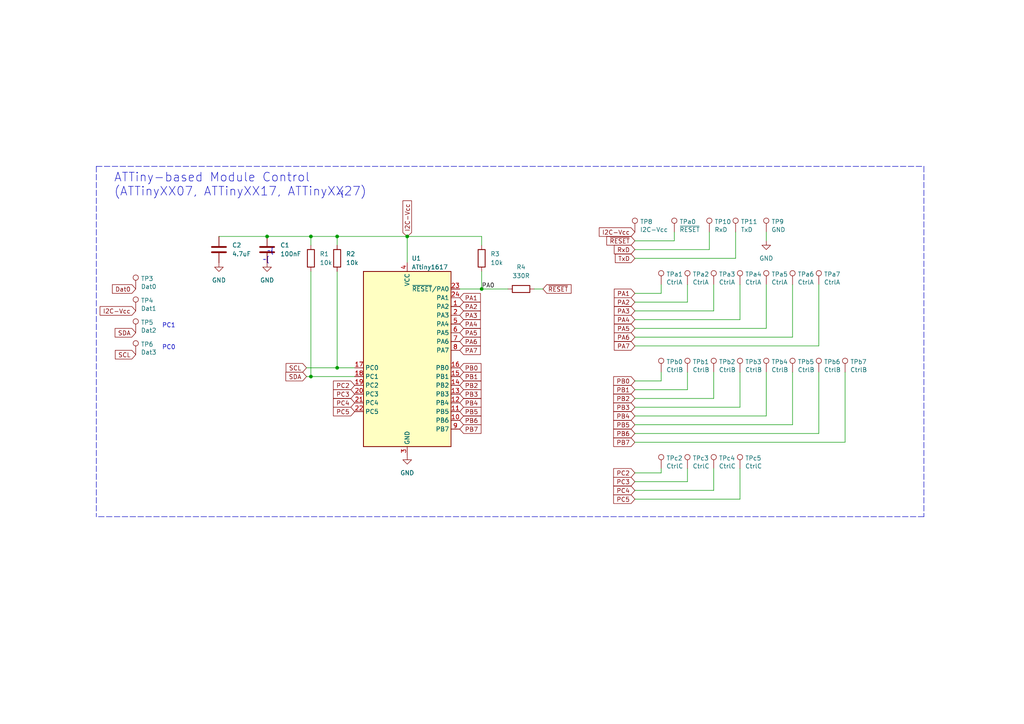
<source format=kicad_sch>
(kicad_sch (version 20211123) (generator eeschema)
  (paper "A4")
  (lib_symbols
    (symbol "Connector:TestPoint" (pin_numbers hide) (pin_names (offset 0.762) hide)
      (property "Reference" "TP" (at 0 6.858 0))
      (property "Value" "TestPoint" (at 0 5.08 0))
      (symbol "TestPoint_0_1"
        (circle (center 0 3.302) (radius 0.762))
      )
      (symbol "TestPoint_1_1"
        (pin passive line (at 0 0 90) (length 2.54) (name "1") (number "1"))
      )
    )
    (symbol "Device:C" (pin_numbers hide) (pin_names (offset 0.254))
      (property "Reference" "C" (at 0.635 2.54 0))
      (property "Value" "C" (at 0.635 -2.54 0))
      (symbol "C_0_1"
        (polyline (pts (xy -2.032 -0.762) (xy 2.032 -0.762)) (stroke (width 0.508)))
        (polyline (pts (xy -2.032 0.762) (xy 2.032 0.762)) (stroke (width 0.508)))
      )
      (symbol "C_1_1"
        (pin passive line (at 0 3.81 270) (length 2.794) (name "~") (number "1"))
        (pin passive line (at 0 -3.81 90) (length 2.794) (name "~") (number "2"))
      )
    )
    (symbol "Device:R" (pin_numbers hide) (pin_names (offset 0))
      (property "Reference" "R" (at 2.032 0 90))
      (property "Value" "R" (at 0 0 90))
      (symbol "R_0_1"
        (rectangle (start -1.016 -2.54) (end 1.016 2.54) (stroke (width 0.254)))
      )
      (symbol "R_1_1"
        (pin passive line (at 0 3.81 270) (length 1.27) (name "~") (number "1"))
        (pin passive line (at 0 -3.81 90) (length 1.27) (name "~") (number "2"))
      )
    )
    (symbol "MCU_Microchip_ATtiny:ATtiny817-M"
      (property "Reference" "U" (at -12.7 26.67 0))
      (property "Value" "ATtiny817-M" (at 2.54 -26.67 0))
      (symbol "ATtiny817-M_0_1"
        (rectangle (start -12.7 -25.4) (end 12.7 25.4) (stroke (width 0.254)) (fill (type background)))
      )
      (symbol "ATtiny817-M_1_1"
        (pin bidirectional line (at 15.24 15.24 180) (length 2.54) (name "PA2") (number "1"))
        (pin bidirectional line (at 15.24 -17.78 180) (length 2.54) (name "PB6") (number "10"))
        (pin bidirectional line (at 15.24 -15.24 180) (length 2.54) (name "PB5") (number "11"))
        (pin bidirectional line (at 15.24 -12.7 180) (length 2.54) (name "PB4") (number "12"))
        (pin bidirectional line (at 15.24 -10.16 180) (length 2.54) (name "PB3") (number "13"))
        (pin bidirectional line (at 15.24 -7.62 180) (length 2.54) (name "PB2") (number "14"))
        (pin bidirectional line (at 15.24 -5.08 180) (length 2.54) (name "PB1") (number "15"))
        (pin bidirectional line (at 15.24 -2.54 180) (length 2.54) (name "PB0") (number "16"))
        (pin bidirectional line (at -15.24 -2.54 0) (length 2.54) (name "PC0") (number "17"))
        (pin bidirectional line (at -15.24 -5.08 0) (length 2.54) (name "PC1") (number "18"))
        (pin bidirectional line (at -15.24 -7.62 0) (length 2.54) (name "PC2") (number "19"))
        (pin bidirectional line (at 15.24 12.7 180) (length 2.54) (name "PA3") (number "2"))
        (pin bidirectional line (at -15.24 -10.16 0) (length 2.54) (name "PC3") (number "20"))
        (pin bidirectional line (at -15.24 -12.7 0) (length 2.54) (name "PC4") (number "21"))
        (pin bidirectional line (at -15.24 -15.24 0) (length 2.54) (name "PC5") (number "22"))
        (pin bidirectional line (at 15.24 20.32 180) (length 2.54) (name "~{RESET}/PA0") (number "23"))
        (pin bidirectional line (at 15.24 17.78 180) (length 2.54) (name "PA1") (number "24"))
        (pin passive line (at 0 -27.94 90) (length 2.54) hide (name "GND") (number "25"))
        (pin power_in line (at 0 -27.94 90) (length 2.54) (name "GND") (number "3"))
        (pin power_in line (at 0 27.94 270) (length 2.54) (name "VCC") (number "4"))
        (pin bidirectional line (at 15.24 10.16 180) (length 2.54) (name "PA4") (number "5"))
        (pin bidirectional line (at 15.24 7.62 180) (length 2.54) (name "PA5") (number "6"))
        (pin bidirectional line (at 15.24 5.08 180) (length 2.54) (name "PA6") (number "7"))
        (pin bidirectional line (at 15.24 2.54 180) (length 2.54) (name "PA7") (number "8"))
        (pin bidirectional line (at 15.24 -20.32 180) (length 2.54) (name "PB7") (number "9"))
      )
    )
    (symbol "power:GND" (power) (pin_names (offset 0))
      (property "Value" "GND" (at 0 -3.81 0))
      (symbol "GND_0_1"
        (polyline (pts (xy 0 0) (xy 0 -1.27) (xy 1.27 -1.27) (xy 0 -2.54) (xy -1.27 -1.27) (xy 0 -1.27)))
      )
      (symbol "GND_1_1"
        (pin power_in line (at 0 0 270) (length 0) hide (name "GND") (number "1"))
      )
    )
  )
  (junction (at 139.7 83.82))
  (junction (at 118.11 68.58))
  (junction (at 90.17 109.22))
  (junction (at 97.79 106.68))
  (junction (at 97.79 68.58))
  (junction (at 77.47 68.58))
  (junction (at 90.17 68.58))
  (wire (pts (xy 191.77 135.89) (xy 191.77 137.16)))
  (wire (pts (xy 191.77 85.09) (xy 191.77 82.55)))
  (wire (pts (xy 118.11 68.58) (xy 139.7 68.58)))
  (wire (pts (xy 184.15 69.85) (xy 195.58 69.85)))
  (wire (pts (xy 214.63 135.89) (xy 214.63 144.78)))
  (wire (pts (xy 237.49 125.73) (xy 237.49 107.95)))
  (wire (pts (xy 229.87 97.79) (xy 229.87 82.55)))
  (wire (pts (xy 222.25 95.25) (xy 222.25 82.55)))
  (wire (pts (xy 139.7 78.74) (xy 139.7 83.82)))
  (wire (pts (xy 118.11 68.58) (xy 118.11 76.2)))
  (wire (pts (xy 184.15 120.65) (xy 222.25 120.65)))
  (wire (pts (xy 184.15 87.63) (xy 199.39 87.63)))
  (wire (pts (xy 184.15 92.71) (xy 214.63 92.71)))
  (wire (pts (xy 205.74 72.39) (xy 205.74 67.31)))
  (wire (pts (xy 90.17 68.58) (xy 97.79 68.58)))
  (wire (pts (xy 222.25 69.85) (xy 222.25 67.31)))
  (wire (pts (xy 184.15 115.57) (xy 207.01 115.57)))
  (wire (pts (xy 88.9 106.68) (xy 97.79 106.68)))
  (wire (pts (xy 191.77 110.49) (xy 191.77 107.95)))
  (wire (pts (xy 214.63 107.95) (xy 214.63 118.11)))
  (wire (pts (xy 90.17 109.22) (xy 102.87 109.22)))
  (wire (pts (xy 97.79 78.74) (xy 97.79 106.68)))
  (wire (pts (xy 184.15 110.49) (xy 191.77 110.49)))
  (wire (pts (xy 184.15 142.24) (xy 207.01 142.24)))
  (wire (pts (xy 139.7 83.82) (xy 147.32 83.82)))
  (wire (pts (xy 184.15 74.93) (xy 213.36 74.93)))
  (wire (pts (xy 88.9 109.22) (xy 90.17 109.22)))
  (wire (pts (xy 133.35 83.82) (xy 139.7 83.82)))
  (wire (pts (xy 184.15 97.79) (xy 229.87 97.79)))
  (wire (pts (xy 97.79 68.58) (xy 97.79 71.12)))
  (wire (pts (xy 184.15 144.78) (xy 214.63 144.78)))
  (wire (pts (xy 63.5 68.58) (xy 77.47 68.58)))
  (wire (pts (xy 184.15 113.03) (xy 199.39 113.03)))
  (wire (pts (xy 199.39 113.03) (xy 199.39 107.95)))
  (wire (pts (xy 184.15 90.17) (xy 207.01 90.17)))
  (polyline (pts (xy 27.94 48.26) (xy 267.97 48.26)))
  (wire (pts (xy 184.15 118.11) (xy 214.63 118.11)))
  (wire (pts (xy 97.79 106.68) (xy 102.87 106.68)))
  (wire (pts (xy 229.87 123.19) (xy 229.87 107.95)))
  (wire (pts (xy 97.79 68.58) (xy 118.11 68.58)))
  (wire (pts (xy 139.7 68.58) (xy 139.7 71.12)))
  (polyline (pts (xy 27.94 48.26) (xy 27.94 149.86)))
  (wire (pts (xy 184.15 128.27) (xy 245.11 128.27)))
  (wire (pts (xy 90.17 68.58) (xy 90.17 71.12)))
  (wire (pts (xy 184.15 85.09) (xy 191.77 85.09)))
  (wire (pts (xy 184.15 95.25) (xy 222.25 95.25)))
  (polyline (pts (xy 267.97 48.26) (xy 267.97 149.86)))
  (wire (pts (xy 195.58 69.85) (xy 195.58 67.31)))
  (wire (pts (xy 90.17 78.74) (xy 90.17 109.22)))
  (wire (pts (xy 214.63 82.55) (xy 214.63 92.71)))
  (wire (pts (xy 207.01 115.57) (xy 207.01 107.95)))
  (wire (pts (xy 245.11 128.27) (xy 245.11 107.95)))
  (wire (pts (xy 207.01 90.17) (xy 207.01 82.55)))
  (wire (pts (xy 184.15 125.73) (xy 237.49 125.73)))
  (wire (pts (xy 207.01 142.24) (xy 207.01 135.89)))
  (wire (pts (xy 184.15 72.39) (xy 205.74 72.39)))
  (wire (pts (xy 184.15 139.7) (xy 199.39 139.7)))
  (wire (pts (xy 213.36 74.93) (xy 213.36 67.31)))
  (wire (pts (xy 154.94 83.82) (xy 157.48 83.82)))
  (polyline (pts (xy 267.97 149.86) (xy 27.94 149.86)))
  (wire (pts (xy 184.15 137.16) (xy 191.77 137.16)))
  (wire (pts (xy 222.25 120.65) (xy 222.25 107.95)))
  (wire (pts (xy 237.49 100.33) (xy 237.49 82.55)))
  (wire (pts (xy 199.39 87.63) (xy 199.39 82.55)))
  (wire (pts (xy 199.39 139.7) (xy 199.39 135.89)))
  (wire (pts (xy 184.15 100.33) (xy 237.49 100.33)))
  (wire (pts (xy 77.47 68.58) (xy 90.17 68.58)))
  (wire (pts (xy 184.15 123.19) (xy 229.87 123.19)))
  (text "~{" (at 77.47 73.66 0) (effects (font (size 1.27 1.27)) (justify left bottom)))
  (text "PC0" (at 46.99 101.6 0) (effects (font (size 1.27 1.27)) (justify left bottom)))
  (text "~{" (at 76.2 76.2 0) (effects (font (size 1.27 1.27)) (justify left bottom)))
  (text "ATTiny-based Module Control\n(ATTinyXX07, ATTinyXX17, ATTinyXX27)" (at 33.02 57.15 0) (effects (font (size 2.54 2.54)) (justify left bottom)))
  (text "PC1" (at 46.99 95.25 0) (effects (font (size 1.27 1.27)) (justify left bottom)))
  (text "~{" (at 97.79 57.15 0) (effects (font (size 1.27 1.27)) (justify left bottom)))
  (label "PA0" (at 139.7 83.82 0))
  (global_label "RxD" (shape input) (at 184.15 72.39 180) (property "Intersheet References" "${INTERSHEET_REFS}" (effects hide)))
  (global_label "PB6" (shape input) (at 133.35 121.92 0) (property "Intersheet References" "${INTERSHEET_REFS}" (effects hide)))
  (global_label "I2C-Vcc" (shape input) (at 118.11 68.58 90) (property "Intersheet References" "${INTERSHEET_REFS}" (effects hide)))
  (global_label "PB1" (shape input) (at 184.15 113.03 180) (property "Intersheet References" "${INTERSHEET_REFS}" (effects hide)))
  (global_label "PB4" (shape input) (at 184.15 120.65 180) (property "Intersheet References" "${INTERSHEET_REFS}" (effects hide)))
  (global_label "PA4" (shape input) (at 184.15 92.71 180) (property "Intersheet References" "${INTERSHEET_REFS}" (effects hide)))
  (global_label "TxD" (shape input) (at 184.15 74.93 180) (property "Intersheet References" "${INTERSHEET_REFS}" (effects hide)))
  (global_label "PB0" (shape input) (at 184.15 110.49 180) (property "Intersheet References" "${INTERSHEET_REFS}" (effects hide)))
  (global_label "PC3" (shape input) (at 184.15 139.7 180) (property "Intersheet References" "${INTERSHEET_REFS}" (effects hide)))
  (global_label "PA2" (shape input) (at 133.35 88.9 0) (property "Intersheet References" "${INTERSHEET_REFS}" (effects hide)))
  (global_label "I2C-Vcc" (shape input) (at 184.15 67.31 180) (property "Intersheet References" "${INTERSHEET_REFS}" (effects hide)))
  (global_label "PC4" (shape input) (at 184.15 142.24 180) (property "Intersheet References" "${INTERSHEET_REFS}" (effects hide)))
  (global_label "PA2" (shape input) (at 184.15 87.63 180) (property "Intersheet References" "${INTERSHEET_REFS}" (effects hide)))
  (global_label "PA6" (shape input) (at 133.35 99.06 0) (property "Intersheet References" "${INTERSHEET_REFS}" (effects hide)))
  (global_label "PB3" (shape input) (at 184.15 118.11 180) (property "Intersheet References" "${INTERSHEET_REFS}" (effects hide)))
  (global_label "SDA" (shape input) (at 39.37 96.52 180) (property "Intersheet References" "${INTERSHEET_REFS}" (effects hide)))
  (global_label "PB6" (shape input) (at 184.15 125.73 180) (property "Intersheet References" "${INTERSHEET_REFS}" (effects hide)))
  (global_label "PA5" (shape input) (at 184.15 95.25 180) (property "Intersheet References" "${INTERSHEET_REFS}" (effects hide)))
  (global_label "PC3" (shape input) (at 102.87 114.3 180) (property "Intersheet References" "${INTERSHEET_REFS}" (effects hide)))
  (global_label "PC2" (shape input) (at 184.15 137.16 180) (property "Intersheet References" "${INTERSHEET_REFS}" (effects hide)))
  (global_label "PA4" (shape input) (at 133.35 93.98 0) (property "Intersheet References" "${INTERSHEET_REFS}" (effects hide)))
  (global_label "~{RESET}" (shape input) (at 184.15 69.85 180) (property "Intersheet References" "${INTERSHEET_REFS}" (effects hide)))
  (global_label "PB5" (shape input) (at 184.15 123.19 180) (property "Intersheet References" "${INTERSHEET_REFS}" (effects hide)))
  (global_label "PA3" (shape input) (at 184.15 90.17 180) (property "Intersheet References" "${INTERSHEET_REFS}" (effects hide)))
  (global_label "PB5" (shape input) (at 133.35 119.38 0) (property "Intersheet References" "${INTERSHEET_REFS}" (effects hide)))
  (global_label "PB1" (shape input) (at 133.35 109.22 0) (property "Intersheet References" "${INTERSHEET_REFS}" (effects hide)))
  (global_label "SDA" (shape input) (at 88.9 109.22 180) (property "Intersheet References" "${INTERSHEET_REFS}" (effects hide)))
  (global_label "PA1" (shape input) (at 184.15 85.09 180) (property "Intersheet References" "${INTERSHEET_REFS}" (effects hide)))
  (global_label "PB2" (shape input) (at 133.35 111.76 0) (property "Intersheet References" "${INTERSHEET_REFS}" (effects hide)))
  (global_label "PA7" (shape input) (at 184.15 100.33 180) (property "Intersheet References" "${INTERSHEET_REFS}" (effects hide)))
  (global_label "PA3" (shape input) (at 133.35 91.44 0) (property "Intersheet References" "${INTERSHEET_REFS}" (effects hide)))
  (global_label "PB2" (shape input) (at 184.15 115.57 180) (property "Intersheet References" "${INTERSHEET_REFS}" (effects hide)))
  (global_label "PC5" (shape input) (at 102.87 119.38 180) (property "Intersheet References" "${INTERSHEET_REFS}" (effects hide)))
  (global_label "~{RESET}" (shape input) (at 157.48 83.82 0) (property "Intersheet References" "${INTERSHEET_REFS}" (effects hide)))
  (global_label "PA6" (shape input) (at 184.15 97.79 180) (property "Intersheet References" "${INTERSHEET_REFS}" (effects hide)))
  (global_label "PC5" (shape input) (at 184.15 144.78 180) (property "Intersheet References" "${INTERSHEET_REFS}" (effects hide)))
  (global_label "Dat0" (shape input) (at 39.37 83.82 180) (property "Intersheet References" "${INTERSHEET_REFS}" (effects hide)))
  (global_label "PB7" (shape input) (at 184.15 128.27 180) (property "Intersheet References" "${INTERSHEET_REFS}" (effects hide)))
  (global_label "PB3" (shape input) (at 133.35 114.3 0) (property "Intersheet References" "${INTERSHEET_REFS}" (effects hide)))
  (global_label "PC4" (shape input) (at 102.87 116.84 180) (property "Intersheet References" "${INTERSHEET_REFS}" (effects hide)))
  (global_label "SCL" (shape input) (at 39.37 102.87 180) (property "Intersheet References" "${INTERSHEET_REFS}" (effects hide)))
  (global_label "PB7" (shape input) (at 133.35 124.46 0) (property "Intersheet References" "${INTERSHEET_REFS}" (effects hide)))
  (global_label "SCL" (shape input) (at 88.9 106.68 180) (property "Intersheet References" "${INTERSHEET_REFS}" (effects hide)))
  (global_label "PA1" (shape input) (at 133.35 86.36 0) (property "Intersheet References" "${INTERSHEET_REFS}" (effects hide)))
  (global_label "PC2" (shape input) (at 102.87 111.76 180) (property "Intersheet References" "${INTERSHEET_REFS}" (effects hide)))
  (global_label "PA5" (shape input) (at 133.35 96.52 0) (property "Intersheet References" "${INTERSHEET_REFS}" (effects hide)))
  (global_label "PB4" (shape input) (at 133.35 116.84 0) (property "Intersheet References" "${INTERSHEET_REFS}" (effects hide)))
  (global_label "I2C-Vcc" (shape input) (at 39.37 90.17 180) (property "Intersheet References" "${INTERSHEET_REFS}" (effects hide)))
  (global_label "PB0" (shape input) (at 133.35 106.68 0) (property "Intersheet References" "${INTERSHEET_REFS}" (effects hide)))
  (global_label "PA7" (shape input) (at 133.35 101.6 0) (property "Intersheet References" "${INTERSHEET_REFS}" (effects hide)))
  (symbol (lib_id "Connector:TestPoint") (at 39.37 83.82 0) (unit 1) (in_bom no)
    (property "Reference" "TP3" (at 40.8432 80.8228 0) (effects (justify left)))
    (property "Value" "Dat0" (at 40.8432 83.1342 0) (effects (justify left)))
    (property "Footprint" "tinker:TestPoint_THTPad_D1.0mm_Drill0.5mm" (effects hide))
  )
  (symbol (lib_id "Connector:TestPoint") (at 39.37 102.87 0) (unit 1) (in_bom no)
    (property "Reference" "TP6" (at 40.8432 99.8728 0) (effects (justify left)))
    (property "Value" "Dat3" (at 40.8432 102.1842 0) (effects (justify left)))
    (property "Footprint" "tinker:TestPoint_THTPad_D1.0mm_Drill0.5mm" (effects hide))
  )
  (symbol (lib_id "Connector:TestPoint") (at 199.39 135.89 0) (unit 1) (in_bom no)
    (property "Reference" "TPc3" (at 200.8632 132.8928 0) (effects (justify left)))
    (property "Value" "CtrlC" (at 200.8632 135.2042 0) (effects (justify left)))
    (property "Footprint" "tinker:TestPoint_THTPad_D1.0mm_Drill0.5mm" (effects hide))
  )
  (symbol (lib_id "Connector:TestPoint") (at 214.63 107.95 0) (unit 1) (in_bom no)
    (property "Reference" "TPb3" (at 216.1032 104.9528 0) (effects (justify left)))
    (property "Value" "CtrlB" (at 216.1032 107.2642 0) (effects (justify left)))
    (property "Footprint" "tinker:TestPoint_THTPad_D1.0mm_Drill0.5mm" (effects hide))
  )
  (symbol (lib_id "Connector:TestPoint") (at 191.77 82.55 0) (unit 1) (in_bom no)
    (property "Reference" "TPa1" (at 193.2432 79.5528 0) (effects (justify left)))
    (property "Value" "CtrlA" (at 193.2432 81.8642 0) (effects (justify left)))
    (property "Footprint" "tinker:TestPoint_THTPad_D1.0mm_Drill0.5mm" (effects hide))
  )
  (symbol (lib_id "Connector:TestPoint") (at 222.25 67.31 0) (unit 1) (in_bom no)
    (property "Reference" "TP9" (at 223.7232 64.3128 0) (effects (justify left)))
    (property "Value" "GND" (at 223.7232 66.6242 0) (effects (justify left)))
    (property "Footprint" "tinker:TestPoint_THTPad_D1.0mm_Drill0.5mm" (effects hide))
  )
  (symbol (lib_id "Device:R") (at 139.7 74.93 0) (unit 1)
    (property "Reference" "R3" (at 142.24 73.6599 0) (effects (justify left)))
    (property "Value" "10k" (at 142.24 76.1999 0) (effects (justify left)))
    (property "Footprint" "Resistor_SMD:R_0603_1608Metric" (effects hide))
    (property "LCSC" "C25804" (effects hide))
  )
  (symbol (lib_id "Connector:TestPoint") (at 205.74 67.31 0) (unit 1) (in_bom no) (on_board no)
    (property "Reference" "TP10" (at 207.2132 64.3128 0) (effects (justify left)))
    (property "Value" "RxD" (at 207.2132 66.6242 0) (effects (justify left)))
    (property "Footprint" "tinker:TestPoint_THTPad_D1.0mm_Drill0.5mm" (effects hide))
  )
  (symbol (lib_id "Connector:TestPoint") (at 195.58 67.31 0) (unit 1) (in_bom no)
    (property "Reference" "TPa0" (at 197.0532 64.3128 0) (effects (justify left)))
    (property "Value" "~{RESET}" (at 197.0532 66.6242 0) (effects (justify left)))
    (property "Footprint" "tinker:TestPoint_THTPad_D1.0mm_Drill0.5mm" (effects hide))
  )
  (symbol (lib_id "Connector:TestPoint") (at 39.37 96.52 0) (unit 1) (in_bom no)
    (property "Reference" "TP5" (at 40.8432 93.5228 0) (effects (justify left)))
    (property "Value" "Dat2" (at 40.8432 95.8342 0) (effects (justify left)))
    (property "Footprint" "tinker:TestPoint_THTPad_D1.0mm_Drill0.5mm" (effects hide))
  )
  (symbol (lib_id "Connector:TestPoint") (at 222.25 82.55 0) (unit 1) (in_bom no)
    (property "Reference" "TPa5" (at 223.7232 79.5528 0) (effects (justify left)))
    (property "Value" "CtrlA" (at 223.7232 81.8642 0) (effects (justify left)))
    (property "Footprint" "tinker:TestPoint_THTPad_D1.0mm_Drill0.5mm" (effects hide))
  )
  (symbol (lib_id "Connector:TestPoint") (at 237.49 82.55 0) (unit 1) (in_bom no)
    (property "Reference" "TPa7" (at 238.9632 79.5528 0) (effects (justify left)))
    (property "Value" "CtrlA" (at 238.9632 81.8642 0) (effects (justify left)))
    (property "Footprint" "tinker:TestPoint_THTPad_D1.0mm_Drill0.5mm" (effects hide))
  )
  (symbol (lib_id "Connector:TestPoint") (at 207.01 82.55 0) (unit 1) (in_bom no)
    (property "Reference" "TPa3" (at 208.4832 79.5528 0) (effects (justify left)))
    (property "Value" "CtrlA" (at 208.4832 81.8642 0) (effects (justify left)))
    (property "Footprint" "tinker:TestPoint_THTPad_D1.0mm_Drill0.5mm" (effects hide))
  )
  (symbol (lib_id "Connector:TestPoint") (at 184.15 67.31 0) (unit 1) (in_bom no)
    (property "Reference" "TP8" (at 185.6232 64.3128 0) (effects (justify left)))
    (property "Value" "I2C-Vcc" (at 185.6232 66.6242 0) (effects (justify left)))
    (property "Footprint" "tinker:TestPoint_THTPad_D1.0mm_Drill0.5mm" (effects hide))
  )
  (symbol (lib_id "Connector:TestPoint") (at 214.63 82.55 0) (unit 1) (in_bom no)
    (property "Reference" "TPa4" (at 216.1032 79.5528 0) (effects (justify left)))
    (property "Value" "CtrlA" (at 216.1032 81.8642 0) (effects (justify left)))
    (property "Footprint" "tinker:TestPoint_THTPad_D1.0mm_Drill0.5mm" (effects hide))
  )
  (symbol (lib_id "power:GND") (at 118.11 132.08 0) (unit 1)
    (property "Reference" "#PWR0103" (effects hide))
    (property "Value" "GND" (at 118.11 137.16 0))
  )
  (symbol (lib_id "Connector:TestPoint") (at 191.77 107.95 0) (unit 1) (in_bom no)
    (property "Reference" "TPb0" (at 193.2432 104.9528 0) (effects (justify left)))
    (property "Value" "CtrlB" (at 193.2432 107.2642 0) (effects (justify left)))
    (property "Footprint" "tinker:TestPoint_THTPad_D1.0mm_Drill0.5mm" (effects hide))
  )
  (symbol (lib_id "Connector:TestPoint") (at 207.01 107.95 0) (unit 1) (in_bom no)
    (property "Reference" "TPb2" (at 208.4832 104.9528 0) (effects (justify left)))
    (property "Value" "CtrlB" (at 208.4832 107.2642 0) (effects (justify left)))
    (property "Footprint" "tinker:TestPoint_THTPad_D1.0mm_Drill0.5mm" (effects hide))
  )
  (symbol (lib_id "Connector:TestPoint") (at 207.01 135.89 0) (unit 1) (in_bom no)
    (property "Reference" "TPc4" (at 208.4832 132.8928 0) (effects (justify left)))
    (property "Value" "CtrlC" (at 208.4832 135.2042 0) (effects (justify left)))
    (property "Footprint" "tinker:TestPoint_THTPad_D1.0mm_Drill0.5mm" (effects hide))
  )
  (symbol (lib_id "Connector:TestPoint") (at 237.49 107.95 0) (unit 1) (in_bom no)
    (property "Reference" "TPb6" (at 238.9632 104.9528 0) (effects (justify left)))
    (property "Value" "CtrlB" (at 238.9632 107.2642 0) (effects (justify left)))
    (property "Footprint" "tinker:TestPoint_THTPad_D1.0mm_Drill0.5mm" (effects hide))
  )
  (symbol (lib_id "Connector:TestPoint") (at 229.87 107.95 0) (unit 1) (in_bom no)
    (property "Reference" "TPb5" (at 231.3432 104.9528 0) (effects (justify left)))
    (property "Value" "CtrlB" (at 231.3432 107.2642 0) (effects (justify left)))
    (property "Footprint" "tinker:TestPoint_THTPad_D1.0mm_Drill0.5mm" (effects hide))
  )
  (symbol (lib_id "Connector:TestPoint") (at 245.11 107.95 0) (unit 1) (in_bom no)
    (property "Reference" "TPb7" (at 246.5832 104.9528 0) (effects (justify left)))
    (property "Value" "CtrlB" (at 246.5832 107.2642 0) (effects (justify left)))
    (property "Footprint" "tinker:TestPoint_THTPad_D1.0mm_Drill0.5mm" (effects hide))
  )
  (symbol (lib_id "Connector:TestPoint") (at 229.87 82.55 0) (unit 1) (in_bom no)
    (property "Reference" "TPa6" (at 231.3432 79.5528 0) (effects (justify left)))
    (property "Value" "CtrlA" (at 231.3432 81.8642 0) (effects (justify left)))
    (property "Footprint" "tinker:TestPoint_THTPad_D1.0mm_Drill0.5mm" (effects hide))
  )
  (symbol (lib_id "MCU_Microchip_ATtiny:ATtiny817-M") (at 118.11 104.14 0) (unit 1)
    (property "Reference" "U1" (at 119.38 74.93 0) (effects (justify left)))
    (property "Value" "ATtiny1617" (at 119.38 77.47 0) (effects (justify left)))
    (property "Footprint" "Package_DFN_QFN:QFN-24-1EP_4x4mm_P0.5mm_EP2.6x2.6mm" (effects hide))
    (property "Datasheet" "http://ww1.microchip.com/downloads/en/DeviceDoc/40001901B.pdf" (effects hide))
    (property "LCSC" "C1340514" (effects hide))
  )
  (symbol (lib_id "Connector:TestPoint") (at 222.25 107.95 0) (unit 1) (in_bom no)
    (property "Reference" "TPb4" (at 223.7232 104.9528 0) (effects (justify left)))
    (property "Value" "CtrlB" (at 223.7232 107.2642 0) (effects (justify left)))
    (property "Footprint" "tinker:TestPoint_THTPad_D1.0mm_Drill0.5mm" (effects hide))
  )
  (symbol (lib_id "power:GND") (at 63.5 76.2 0) (unit 1)
    (property "Reference" "#PWR0102" (effects hide))
    (property "Value" "GND" (at 63.5 81.28 0))
  )
  (symbol (lib_id "power:GND") (at 77.47 76.2 0) (unit 1)
    (property "Reference" "#PWR0101" (effects hide))
    (property "Value" "GND" (at 77.47 81.28 0))
  )
  (symbol (lib_id "Connector:TestPoint") (at 199.39 107.95 0) (unit 1) (in_bom no)
    (property "Reference" "TPb1" (at 200.8632 104.9528 0) (effects (justify left)))
    (property "Value" "CtrlB" (at 200.8632 107.2642 0) (effects (justify left)))
    (property "Footprint" "tinker:TestPoint_THTPad_D1.0mm_Drill0.5mm" (effects hide))
  )
  (symbol (lib_id "Connector:TestPoint") (at 191.77 135.89 0) (unit 1) (in_bom no)
    (property "Reference" "TPc2" (at 193.2432 132.8928 0) (effects (justify left)))
    (property "Value" "CtrlC" (at 193.2432 135.2042 0) (effects (justify left)))
    (property "Footprint" "tinker:TestPoint_THTPad_D1.0mm_Drill0.5mm" (effects hide))
  )
  (symbol (lib_id "Connector:TestPoint") (at 39.37 90.17 0) (unit 1) (in_bom no)
    (property "Reference" "TP4" (at 40.8432 87.1728 0) (effects (justify left)))
    (property "Value" "Dat1" (at 40.8432 89.4842 0) (effects (justify left)))
    (property "Footprint" "tinker:TestPoint_THTPad_D1.0mm_Drill0.5mm" (effects hide))
  )
  (symbol (lib_id "Device:C") (at 63.5 72.39 0) (unit 1)
    (property "Reference" "C2" (at 67.31 71.1199 0) (effects (justify left)))
    (property "Value" "4.7uF" (at 67.31 73.6599 0) (effects (justify left)))
    (property "Footprint" "Capacitor_SMD:C_0805_2012Metric" (effects hide))
    (property "LCSC" "C107153" (effects hide))
  )
  (symbol (lib_id "Device:R") (at 97.79 74.93 0) (unit 1)
    (property "Reference" "R2" (at 100.33 73.6599 0) (effects (justify left)))
    (property "Value" "10k" (at 100.33 76.1999 0) (effects (justify left)))
    (property "Footprint" "Resistor_SMD:R_0603_1608Metric" (effects hide))
    (property "LCSC" "C25804" (effects hide))
  )
  (symbol (lib_id "Connector:TestPoint") (at 214.63 135.89 0) (unit 1) (in_bom no)
    (property "Reference" "TPc5" (at 216.1032 132.8928 0) (effects (justify left)))
    (property "Value" "CtrlC" (at 216.1032 135.2042 0) (effects (justify left)))
    (property "Footprint" "tinker:TestPoint_THTPad_D1.0mm_Drill0.5mm" (effects hide))
  )
  (symbol (lib_id "Device:C") (at 77.47 72.39 0) (unit 1)
    (property "Reference" "C1" (at 81.28 71.1199 0) (effects (justify left)))
    (property "Value" "100nF" (at 81.28 73.6599 0) (effects (justify left)))
    (property "Footprint" "Capacitor_SMD:C_0603_1608Metric" (effects hide))
    (property "LCSC" "C14663" (effects hide))
  )
  (symbol (lib_id "Connector:TestPoint") (at 199.39 82.55 0) (unit 1) (in_bom no)
    (property "Reference" "TPa2" (at 200.8632 79.5528 0) (effects (justify left)))
    (property "Value" "CtrlA" (at 200.8632 81.8642 0) (effects (justify left)))
    (property "Footprint" "tinker:TestPoint_THTPad_D1.0mm_Drill0.5mm" (effects hide))
  )
  (symbol (lib_id "Connector:TestPoint") (at 213.36 67.31 0) (unit 1) (in_bom no) (on_board no)
    (property "Reference" "TP11" (at 214.8332 64.3128 0) (effects (justify left)))
    (property "Value" "TxD" (at 214.8332 66.6242 0) (effects (justify left)))
    (property "Footprint" "tinker:TestPoint_THTPad_D1.0mm_Drill0.5mm" (effects hide))
  )
  (symbol (lib_id "power:GND") (at 222.25 69.85 0) (unit 1)
    (property "Reference" "#PWR0106" (effects hide))
    (property "Value" "GND" (at 222.25 74.93 0))
  )
  (symbol (lib_id "Device:R") (at 151.13 83.82 90) (unit 1)
    (property "Reference" "R4" (at 151.13 77.47 90))
    (property "Value" "330R" (at 151.13 80.01 90))
    (property "Footprint" "Resistor_SMD:R_0603_1608Metric" (effects hide))
    (property "LCSC" "C23138" (effects hide))
  )
  (symbol (lib_id "Device:R") (at 90.17 74.93 0) (unit 1)
    (property "Reference" "R1" (at 92.71 73.6599 0) (effects (justify left)))
    (property "Value" "10k" (at 92.71 76.1999 0) (effects (justify left)))
    (property "Footprint" "Resistor_SMD:R_0603_1608Metric" (effects hide))
    (property "LCSC" "C25804" (effects hide))
  )
)
</source>
